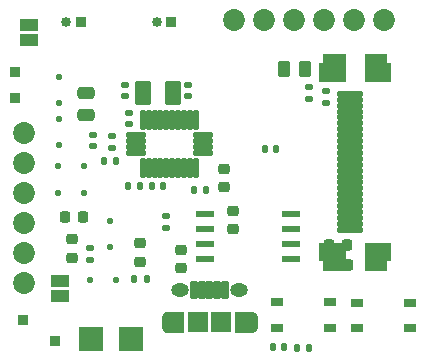
<source format=gbr>
%TF.GenerationSoftware,KiCad,Pcbnew,9.0.0*%
%TF.CreationDate,2025-05-02T09:45:38-07:00*%
%TF.ProjectId,OuterBoard_4.1,4f757465-7242-46f6-9172-645f342e312e,rev?*%
%TF.SameCoordinates,Original*%
%TF.FileFunction,Soldermask,Top*%
%TF.FilePolarity,Negative*%
%FSLAX46Y46*%
G04 Gerber Fmt 4.6, Leading zero omitted, Abs format (unit mm)*
G04 Created by KiCad (PCBNEW 9.0.0) date 2025-05-02 09:45:38*
%MOMM*%
%LPD*%
G01*
G04 APERTURE LIST*
G04 Aperture macros list*
%AMRoundRect*
0 Rectangle with rounded corners*
0 $1 Rounding radius*
0 $2 $3 $4 $5 $6 $7 $8 $9 X,Y pos of 4 corners*
0 Add a 4 corners polygon primitive as box body*
4,1,4,$2,$3,$4,$5,$6,$7,$8,$9,$2,$3,0*
0 Add four circle primitives for the rounded corners*
1,1,$1+$1,$2,$3*
1,1,$1+$1,$4,$5*
1,1,$1+$1,$6,$7*
1,1,$1+$1,$8,$9*
0 Add four rect primitives between the rounded corners*
20,1,$1+$1,$2,$3,$4,$5,0*
20,1,$1+$1,$4,$5,$6,$7,0*
20,1,$1+$1,$6,$7,$8,$9,0*
20,1,$1+$1,$8,$9,$2,$3,0*%
G04 Aperture macros list end*
%ADD10C,0.010000*%
%ADD11RoundRect,0.225000X0.250000X-0.225000X0.250000X0.225000X-0.250000X0.225000X-0.250000X-0.225000X0*%
%ADD12C,1.854000*%
%ADD13RoundRect,0.225000X0.225000X0.250000X-0.225000X0.250000X-0.225000X-0.250000X0.225000X-0.250000X0*%
%ADD14R,1.549400X0.558800*%
%ADD15RoundRect,0.140000X0.140000X0.170000X-0.140000X0.170000X-0.140000X-0.170000X0.140000X-0.170000X0*%
%ADD16RoundRect,0.140000X0.170000X-0.140000X0.170000X0.140000X-0.170000X0.140000X-0.170000X-0.140000X0*%
%ADD17R,0.850000X0.850000*%
%ADD18RoundRect,0.218750X-0.256250X0.218750X-0.256250X-0.218750X0.256250X-0.218750X0.256250X0.218750X0*%
%ADD19R,1.500000X1.000000*%
%ADD20RoundRect,0.135000X0.185000X-0.135000X0.185000X0.135000X-0.185000X0.135000X-0.185000X-0.135000X0*%
%ADD21RoundRect,0.102000X-0.984000X0.156000X-0.984000X-0.156000X0.984000X-0.156000X0.984000X0.156000X0*%
%ADD22RoundRect,0.102000X-0.984000X0.150000X-0.984000X-0.150000X0.984000X-0.150000X0.984000X0.150000X0*%
%ADD23RoundRect,0.125000X-0.125000X0.125000X-0.125000X-0.125000X0.125000X-0.125000X0.125000X0.125000X0*%
%ADD24RoundRect,0.225000X-0.225000X-0.250000X0.225000X-0.250000X0.225000X0.250000X-0.225000X0.250000X0*%
%ADD25RoundRect,0.135000X-0.185000X0.135000X-0.185000X-0.135000X0.185000X-0.135000X0.185000X0.135000X0*%
%ADD26RoundRect,0.135000X-0.135000X-0.185000X0.135000X-0.185000X0.135000X0.185000X-0.135000X0.185000X0*%
%ADD27RoundRect,0.147500X0.147500X0.172500X-0.147500X0.172500X-0.147500X-0.172500X0.147500X-0.172500X0*%
%ADD28RoundRect,0.250000X0.262500X0.450000X-0.262500X0.450000X-0.262500X-0.450000X0.262500X-0.450000X0*%
%ADD29R,2.000000X2.000000*%
%ADD30C,0.850000*%
%ADD31RoundRect,0.140000X-0.140000X-0.170000X0.140000X-0.170000X0.140000X0.170000X-0.140000X0.170000X0*%
%ADD32RoundRect,0.135000X0.135000X0.185000X-0.135000X0.185000X-0.135000X-0.185000X0.135000X-0.185000X0*%
%ADD33RoundRect,0.102000X-0.150000X-0.747000X0.150000X-0.747000X0.150000X0.747000X-0.150000X0.747000X0*%
%ADD34RoundRect,0.102000X-0.728000X-0.150000X0.728000X-0.150000X0.728000X0.150000X-0.728000X0.150000X0*%
%ADD35RoundRect,0.225000X-0.250000X0.225000X-0.250000X-0.225000X0.250000X-0.225000X0.250000X0.225000X0*%
%ADD36RoundRect,0.125000X-0.125000X-0.125000X0.125000X-0.125000X0.125000X0.125000X-0.125000X0.125000X0*%
%ADD37RoundRect,0.102000X-0.200000X-0.675000X0.200000X-0.675000X0.200000X0.675000X-0.200000X0.675000X0*%
%ADD38RoundRect,0.102000X-0.750000X-0.775000X0.750000X-0.775000X0.750000X0.775000X-0.750000X0.775000X0*%
%ADD39O,1.504000X1.154000*%
%ADD40RoundRect,0.102000X0.550000X0.950000X-0.550000X0.950000X-0.550000X-0.950000X0.550000X-0.950000X0*%
%ADD41RoundRect,0.250000X0.475000X-0.250000X0.475000X0.250000X-0.475000X0.250000X-0.475000X-0.250000X0*%
%ADD42R,0.990600X0.711200*%
G04 APERTURE END LIST*
D10*
%TO.C,J10*%
X146106000Y-98720000D02*
X144306000Y-98720000D01*
X144306000Y-97920000D01*
X143956000Y-97920000D01*
X143956000Y-96420000D01*
X146106000Y-96420000D01*
X146106000Y-98720000D01*
G36*
X146106000Y-98720000D02*
G01*
X144306000Y-98720000D01*
X144306000Y-97920000D01*
X143956000Y-97920000D01*
X143956000Y-96420000D01*
X146106000Y-96420000D01*
X146106000Y-98720000D01*
G37*
X146106000Y-82720000D02*
X143956000Y-82720000D01*
X143956000Y-81220000D01*
X144306000Y-81220000D01*
X144306000Y-80420000D01*
X146106000Y-80420000D01*
X146106000Y-82720000D01*
G36*
X146106000Y-82720000D02*
G01*
X143956000Y-82720000D01*
X143956000Y-81220000D01*
X144306000Y-81220000D01*
X144306000Y-80420000D01*
X146106000Y-80420000D01*
X146106000Y-82720000D01*
G37*
X149967000Y-97921000D02*
X149617000Y-97921000D01*
X149617000Y-98721000D01*
X147817000Y-98721000D01*
X147817000Y-96421000D01*
X149967000Y-96421000D01*
X149967000Y-97921000D01*
G36*
X149967000Y-97921000D02*
G01*
X149617000Y-97921000D01*
X149617000Y-98721000D01*
X147817000Y-98721000D01*
X147817000Y-96421000D01*
X149967000Y-96421000D01*
X149967000Y-97921000D01*
G37*
X149617000Y-81221000D02*
X149967000Y-81221000D01*
X149967000Y-82721000D01*
X147817000Y-82721000D01*
X147817000Y-80421000D01*
X149617000Y-80421000D01*
X149617000Y-81221000D01*
G36*
X149617000Y-81221000D02*
G01*
X149967000Y-81221000D01*
X149967000Y-82721000D01*
X147817000Y-82721000D01*
X147817000Y-80421000D01*
X149617000Y-80421000D01*
X149617000Y-81221000D01*
G37*
%TO.C,J6*%
X132450000Y-104015000D02*
X131205000Y-104015000D01*
X131174000Y-104014000D01*
X131142000Y-104012000D01*
X131111000Y-104008000D01*
X131080000Y-104002000D01*
X131050000Y-103995000D01*
X131020000Y-103986000D01*
X130990000Y-103975000D01*
X130961000Y-103963000D01*
X130933000Y-103950000D01*
X130905000Y-103935000D01*
X130878000Y-103918000D01*
X130852000Y-103900000D01*
X130827000Y-103881000D01*
X130804000Y-103861000D01*
X130781000Y-103839000D01*
X130759000Y-103816000D01*
X130739000Y-103793000D01*
X130720000Y-103768000D01*
X130702000Y-103742000D01*
X130685000Y-103715000D01*
X130670000Y-103687000D01*
X130657000Y-103659000D01*
X130645000Y-103630000D01*
X130634000Y-103600000D01*
X130625000Y-103570000D01*
X130618000Y-103540000D01*
X130612000Y-103509000D01*
X130608000Y-103478000D01*
X130606000Y-103446000D01*
X130605000Y-103415000D01*
X130605000Y-102865000D01*
X130606000Y-102834000D01*
X130608000Y-102802000D01*
X130612000Y-102771000D01*
X130618000Y-102740000D01*
X130625000Y-102710000D01*
X130634000Y-102680000D01*
X130645000Y-102650000D01*
X130657000Y-102621000D01*
X130670000Y-102593000D01*
X130685000Y-102565000D01*
X130702000Y-102538000D01*
X130720000Y-102512000D01*
X130739000Y-102487000D01*
X130759000Y-102464000D01*
X130781000Y-102441000D01*
X130804000Y-102419000D01*
X130827000Y-102399000D01*
X130852000Y-102380000D01*
X130878000Y-102362000D01*
X130905000Y-102345000D01*
X130933000Y-102330000D01*
X130961000Y-102317000D01*
X130990000Y-102305000D01*
X131020000Y-102294000D01*
X131050000Y-102285000D01*
X131080000Y-102278000D01*
X131111000Y-102272000D01*
X131142000Y-102268000D01*
X131174000Y-102266000D01*
X131205000Y-102265000D01*
X132450000Y-102265000D01*
X132450000Y-104015000D01*
G36*
X132450000Y-104015000D02*
G01*
X131205000Y-104015000D01*
X131174000Y-104014000D01*
X131142000Y-104012000D01*
X131111000Y-104008000D01*
X131080000Y-104002000D01*
X131050000Y-103995000D01*
X131020000Y-103986000D01*
X130990000Y-103975000D01*
X130961000Y-103963000D01*
X130933000Y-103950000D01*
X130905000Y-103935000D01*
X130878000Y-103918000D01*
X130852000Y-103900000D01*
X130827000Y-103881000D01*
X130804000Y-103861000D01*
X130781000Y-103839000D01*
X130759000Y-103816000D01*
X130739000Y-103793000D01*
X130720000Y-103768000D01*
X130702000Y-103742000D01*
X130685000Y-103715000D01*
X130670000Y-103687000D01*
X130657000Y-103659000D01*
X130645000Y-103630000D01*
X130634000Y-103600000D01*
X130625000Y-103570000D01*
X130618000Y-103540000D01*
X130612000Y-103509000D01*
X130608000Y-103478000D01*
X130606000Y-103446000D01*
X130605000Y-103415000D01*
X130605000Y-102865000D01*
X130606000Y-102834000D01*
X130608000Y-102802000D01*
X130612000Y-102771000D01*
X130618000Y-102740000D01*
X130625000Y-102710000D01*
X130634000Y-102680000D01*
X130645000Y-102650000D01*
X130657000Y-102621000D01*
X130670000Y-102593000D01*
X130685000Y-102565000D01*
X130702000Y-102538000D01*
X130720000Y-102512000D01*
X130739000Y-102487000D01*
X130759000Y-102464000D01*
X130781000Y-102441000D01*
X130804000Y-102419000D01*
X130827000Y-102399000D01*
X130852000Y-102380000D01*
X130878000Y-102362000D01*
X130905000Y-102345000D01*
X130933000Y-102330000D01*
X130961000Y-102317000D01*
X130990000Y-102305000D01*
X131020000Y-102294000D01*
X131050000Y-102285000D01*
X131080000Y-102278000D01*
X131111000Y-102272000D01*
X131142000Y-102268000D01*
X131174000Y-102266000D01*
X131205000Y-102265000D01*
X132450000Y-102265000D01*
X132450000Y-104015000D01*
G37*
X138126000Y-102266000D02*
X138158000Y-102268000D01*
X138189000Y-102272000D01*
X138220000Y-102278000D01*
X138250000Y-102285000D01*
X138280000Y-102294000D01*
X138310000Y-102305000D01*
X138339000Y-102317000D01*
X138367000Y-102330000D01*
X138395000Y-102345000D01*
X138422000Y-102362000D01*
X138448000Y-102380000D01*
X138473000Y-102399000D01*
X138496000Y-102419000D01*
X138519000Y-102441000D01*
X138541000Y-102464000D01*
X138561000Y-102487000D01*
X138580000Y-102512000D01*
X138598000Y-102538000D01*
X138615000Y-102565000D01*
X138630000Y-102593000D01*
X138643000Y-102621000D01*
X138655000Y-102650000D01*
X138666000Y-102680000D01*
X138675000Y-102710000D01*
X138682000Y-102740000D01*
X138688000Y-102771000D01*
X138692000Y-102802000D01*
X138694000Y-102834000D01*
X138695000Y-102865000D01*
X138695000Y-103415000D01*
X138694000Y-103446000D01*
X138692000Y-103478000D01*
X138688000Y-103509000D01*
X138682000Y-103540000D01*
X138675000Y-103570000D01*
X138666000Y-103600000D01*
X138655000Y-103630000D01*
X138643000Y-103659000D01*
X138630000Y-103687000D01*
X138615000Y-103715000D01*
X138598000Y-103742000D01*
X138580000Y-103768000D01*
X138561000Y-103793000D01*
X138541000Y-103816000D01*
X138519000Y-103839000D01*
X138496000Y-103861000D01*
X138473000Y-103881000D01*
X138448000Y-103900000D01*
X138422000Y-103918000D01*
X138395000Y-103935000D01*
X138367000Y-103950000D01*
X138339000Y-103963000D01*
X138310000Y-103975000D01*
X138280000Y-103986000D01*
X138250000Y-103995000D01*
X138220000Y-104002000D01*
X138189000Y-104008000D01*
X138158000Y-104012000D01*
X138126000Y-104014000D01*
X138095000Y-104015000D01*
X136850000Y-104015000D01*
X136850000Y-102265000D01*
X138095000Y-102265000D01*
X138126000Y-102266000D01*
G36*
X138126000Y-102266000D02*
G01*
X138158000Y-102268000D01*
X138189000Y-102272000D01*
X138220000Y-102278000D01*
X138250000Y-102285000D01*
X138280000Y-102294000D01*
X138310000Y-102305000D01*
X138339000Y-102317000D01*
X138367000Y-102330000D01*
X138395000Y-102345000D01*
X138422000Y-102362000D01*
X138448000Y-102380000D01*
X138473000Y-102399000D01*
X138496000Y-102419000D01*
X138519000Y-102441000D01*
X138541000Y-102464000D01*
X138561000Y-102487000D01*
X138580000Y-102512000D01*
X138598000Y-102538000D01*
X138615000Y-102565000D01*
X138630000Y-102593000D01*
X138643000Y-102621000D01*
X138655000Y-102650000D01*
X138666000Y-102680000D01*
X138675000Y-102710000D01*
X138682000Y-102740000D01*
X138688000Y-102771000D01*
X138692000Y-102802000D01*
X138694000Y-102834000D01*
X138695000Y-102865000D01*
X138695000Y-103415000D01*
X138694000Y-103446000D01*
X138692000Y-103478000D01*
X138688000Y-103509000D01*
X138682000Y-103540000D01*
X138675000Y-103570000D01*
X138666000Y-103600000D01*
X138655000Y-103630000D01*
X138643000Y-103659000D01*
X138630000Y-103687000D01*
X138615000Y-103715000D01*
X138598000Y-103742000D01*
X138580000Y-103768000D01*
X138561000Y-103793000D01*
X138541000Y-103816000D01*
X138519000Y-103839000D01*
X138496000Y-103861000D01*
X138473000Y-103881000D01*
X138448000Y-103900000D01*
X138422000Y-103918000D01*
X138395000Y-103935000D01*
X138367000Y-103950000D01*
X138339000Y-103963000D01*
X138310000Y-103975000D01*
X138280000Y-103986000D01*
X138250000Y-103995000D01*
X138220000Y-104002000D01*
X138189000Y-104008000D01*
X138158000Y-104012000D01*
X138126000Y-104014000D01*
X138095000Y-104015000D01*
X136850000Y-104015000D01*
X136850000Y-102265000D01*
X138095000Y-102265000D01*
X138126000Y-102266000D01*
G37*
%TD*%
D11*
%TO.C,C32*%
X135850000Y-91735000D03*
X135850000Y-90185000D03*
%TD*%
D12*
%TO.C,J2*%
X136710000Y-77550000D03*
X139250000Y-77550000D03*
X141790000Y-77550000D03*
X144330000Y-77550000D03*
X146870000Y-77550000D03*
X149410000Y-77550000D03*
%TD*%
D13*
%TO.C,C12*%
X146345000Y-96620000D03*
X144795000Y-96620000D03*
%TD*%
D14*
%TO.C,U2*%
X141572200Y-97805000D03*
X141572200Y-96535000D03*
X141572200Y-95265000D03*
X141572200Y-93995000D03*
X134307800Y-93995000D03*
X134307800Y-95265000D03*
X134307800Y-96535000D03*
X134307800Y-97805000D03*
%TD*%
D15*
%TO.C,R13*%
X140990000Y-105290000D03*
X140030000Y-105290000D03*
%TD*%
D16*
%TO.C,C31*%
X132827000Y-84032200D03*
X132827000Y-83072200D03*
%TD*%
D17*
%TO.C,TP3*%
X118220000Y-84170000D03*
%TD*%
D18*
%TO.C,D8*%
X122990000Y-96122500D03*
X122990000Y-97697500D03*
%TD*%
D17*
%TO.C,TP5*%
X118210000Y-81930000D03*
%TD*%
D19*
%TO.C,JP2*%
X119370000Y-79280000D03*
X119370000Y-77980000D03*
%TD*%
D20*
%TO.C,R6*%
X144540000Y-82470000D03*
X144540000Y-81450000D03*
%TD*%
D21*
%TO.C,J10*%
X146590000Y-83826000D03*
D22*
X146590000Y-84320000D03*
X146590000Y-84820000D03*
X146590000Y-85320000D03*
X146590000Y-85820000D03*
X146590000Y-86320000D03*
X146590000Y-86820000D03*
X146590000Y-87320000D03*
X146590000Y-87820000D03*
X146590000Y-88320000D03*
X146590000Y-88820000D03*
X146590000Y-89320000D03*
X146590000Y-89820000D03*
X146590000Y-90320000D03*
X146590000Y-90820000D03*
X146590000Y-91320000D03*
X146590000Y-91820000D03*
X146590000Y-92320000D03*
X146590000Y-92820000D03*
X146590000Y-93320000D03*
X146590000Y-93820000D03*
X146590000Y-94320000D03*
X146590000Y-94820000D03*
X146590000Y-95320000D03*
%TD*%
D23*
%TO.C,D2*%
X121890000Y-85922500D03*
X121890000Y-88122500D03*
%TD*%
D24*
%TO.C,C42*%
X122420000Y-94270000D03*
X123970000Y-94270000D03*
%TD*%
D23*
%TO.C,D3*%
X121880000Y-82372500D03*
X121880000Y-84572500D03*
%TD*%
D25*
%TO.C,R7*%
X144560000Y-83540000D03*
X144560000Y-84560000D03*
%TD*%
D18*
%TO.C,D13*%
X128790000Y-96482500D03*
X128790000Y-98057500D03*
%TD*%
D26*
%TO.C,R25*%
X128310000Y-99500000D03*
X129330000Y-99500000D03*
%TD*%
D27*
%TO.C,L2*%
X140330000Y-88530000D03*
X139360000Y-88530000D03*
%TD*%
D16*
%TO.C,C30*%
X127543800Y-84009400D03*
X127543800Y-83049400D03*
%TD*%
D28*
%TO.C,R8*%
X142782500Y-81710000D03*
X140957500Y-81710000D03*
%TD*%
D15*
%TO.C,C29*%
X130730000Y-91640000D03*
X129770000Y-91640000D03*
%TD*%
D13*
%TO.C,C14*%
X146350000Y-98350000D03*
X144800000Y-98350000D03*
%TD*%
D29*
%TO.C,TP1*%
X124620000Y-104540000D03*
%TD*%
D17*
%TO.C,TP6*%
X121560000Y-104750000D03*
%TD*%
%TO.C,J3*%
X123750000Y-77770000D03*
D30*
X122500000Y-77770000D03*
%TD*%
D16*
%TO.C,C2*%
X124760000Y-88250000D03*
X124760000Y-87290000D03*
%TD*%
D25*
%TO.C,R22*%
X126370000Y-87370000D03*
X126370000Y-88390000D03*
%TD*%
%TO.C,R31*%
X131010000Y-94190000D03*
X131010000Y-95210000D03*
%TD*%
%TO.C,R9*%
X143070000Y-83250000D03*
X143070000Y-84270000D03*
%TD*%
D17*
%TO.C,J4*%
X131440000Y-77740000D03*
D30*
X130190000Y-77740000D03*
%TD*%
D31*
%TO.C,R14*%
X142100000Y-105320000D03*
X143060000Y-105320000D03*
%TD*%
D29*
%TO.C,TP2*%
X128030000Y-104540000D03*
%TD*%
D32*
%TO.C,R18*%
X134344800Y-91935400D03*
X133324800Y-91935400D03*
%TD*%
D33*
%TO.C,U8*%
X129010000Y-86009200D03*
D34*
X128432000Y-87306200D03*
X128432000Y-87806200D03*
X128432000Y-88306200D03*
X128432000Y-88806200D03*
D33*
X129010000Y-90103200D03*
X129510000Y-90103200D03*
X130010000Y-90103200D03*
X130510000Y-90103200D03*
X131010000Y-90103200D03*
X131510000Y-90103200D03*
X132010000Y-90103200D03*
X132510000Y-90103200D03*
X133010000Y-90103200D03*
X133510000Y-90103200D03*
D34*
X134088000Y-88806200D03*
X134088000Y-88306200D03*
X134088000Y-87806200D03*
X134088000Y-87306200D03*
D33*
X133510000Y-86009200D03*
X133010000Y-86009200D03*
X132510000Y-86009200D03*
X132010000Y-86009200D03*
X131510000Y-86009200D03*
X131010000Y-86009200D03*
X130510000Y-86009200D03*
X130010000Y-86009200D03*
X129510000Y-86009200D03*
%TD*%
D35*
%TO.C,C38*%
X136670000Y-93705000D03*
X136670000Y-95255000D03*
%TD*%
D32*
%TO.C,R16*%
X126750000Y-89540000D03*
X125730000Y-89540000D03*
%TD*%
D17*
%TO.C,TP4*%
X118900000Y-102930000D03*
%TD*%
D36*
%TO.C,D1*%
X121840000Y-92220000D03*
X124040000Y-92220000D03*
%TD*%
D11*
%TO.C,C44*%
X132270000Y-98605000D03*
X132270000Y-97055000D03*
%TD*%
D25*
%TO.C,R23*%
X124560000Y-96900000D03*
X124560000Y-97920000D03*
%TD*%
D36*
%TO.C,D5*%
X124580000Y-99570000D03*
X126780000Y-99570000D03*
%TD*%
D32*
%TO.C,R17*%
X128770000Y-91640000D03*
X127750000Y-91640000D03*
%TD*%
D36*
%TO.C,D6*%
X121842500Y-89970000D03*
X124042500Y-89970000D03*
%TD*%
D37*
%TO.C,J6*%
X133350000Y-100465000D03*
X134000000Y-100465000D03*
X134650000Y-100465000D03*
X135300000Y-100465000D03*
X135950000Y-100465000D03*
D38*
X135650000Y-103140000D03*
X133650000Y-103140000D03*
D39*
X132150000Y-100440000D03*
X137150000Y-100440000D03*
%TD*%
D40*
%TO.C,Y1*%
X131550000Y-83770000D03*
X129050000Y-83770000D03*
%TD*%
D41*
%TO.C,C1*%
X124230000Y-85630000D03*
X124230000Y-83730000D03*
%TD*%
D42*
%TO.C,SW3*%
X140389999Y-101485001D03*
X144890001Y-101485001D03*
X140389999Y-103634999D03*
X144890001Y-103634999D03*
%TD*%
D19*
%TO.C,JP1*%
X122040000Y-100940000D03*
X122040000Y-99640000D03*
%TD*%
D23*
%TO.C,D4*%
X126200000Y-94600000D03*
X126200000Y-96800000D03*
%TD*%
D42*
%TO.C,SW1*%
X147160799Y-101506501D03*
X151660801Y-101506501D03*
X147160799Y-103656499D03*
X151660801Y-103656499D03*
%TD*%
D16*
%TO.C,C28*%
X127840400Y-86370200D03*
X127840400Y-85410200D03*
%TD*%
D12*
%TO.C,J1*%
X118940000Y-99830000D03*
X118940000Y-97290000D03*
X118940000Y-94750000D03*
X118940000Y-92210000D03*
X118940000Y-89670000D03*
X118940000Y-87130000D03*
%TD*%
M02*

</source>
